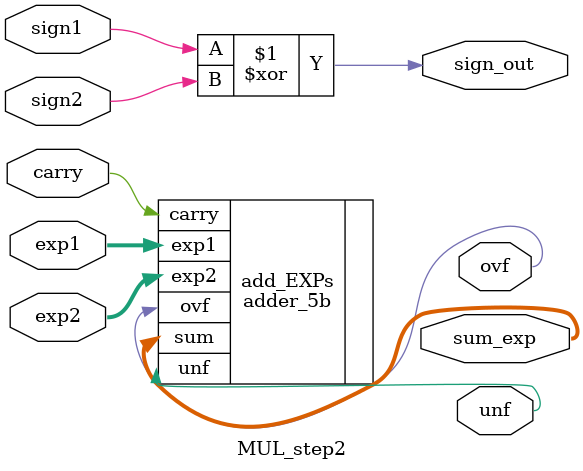
<source format=sv>

/* verilator lint_off UNUSEDSIGNAL */

`timescale 1ns/1ps

module MUL_step2 (
    input            sign1,
    input            sign2,
    input      [4:0] exp1,
    input      [4:0] exp2,
    output           sign_out,
    output     [4:0] sum_exp,
    output reg       ovf,
    output reg       unf,
    input            carry
);


    adder_5b add_EXPs (
        .carry(carry),
        .exp1 (exp1),
        .exp2 (exp2),
        .sum  (sum_exp),
        .ovf  (ovf),
        .unf  (unf)
    );

    assign sign_out = sign1 ^ sign2;

endmodule

</source>
